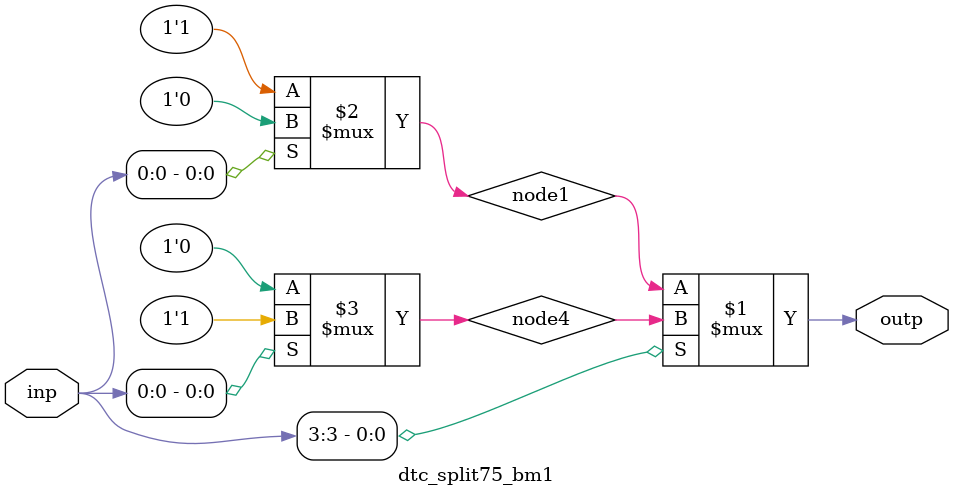
<source format=v>
module dtc_split75_bm1 (
	input  wire [6-1:0] inp,
	output wire [1-1:0] outp
);

	wire [1-1:0] node1;
	wire [1-1:0] node4;

	assign outp = (inp[3]) ? node4 : node1;
		assign node1 = (inp[0]) ? 1'b0 : 1'b1;
		assign node4 = (inp[0]) ? 1'b1 : 1'b0;

endmodule
</source>
